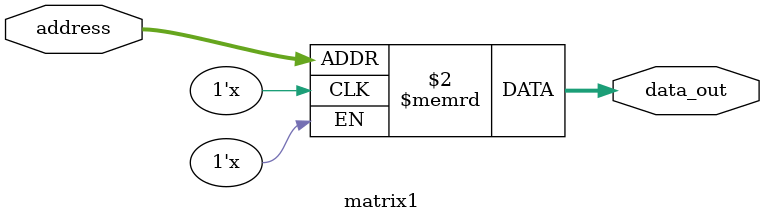
<source format=v>
module matrix1 (
    input wire [15:0] address,
    output reg signed [31:0] data_out
);
    (* ram_init_file = "weights1.mif" *) reg signed [31:0] memory [0:50175];  // 32-bit values

    always @(*) begin
        data_out = memory[address];
    end
endmodule
</source>
